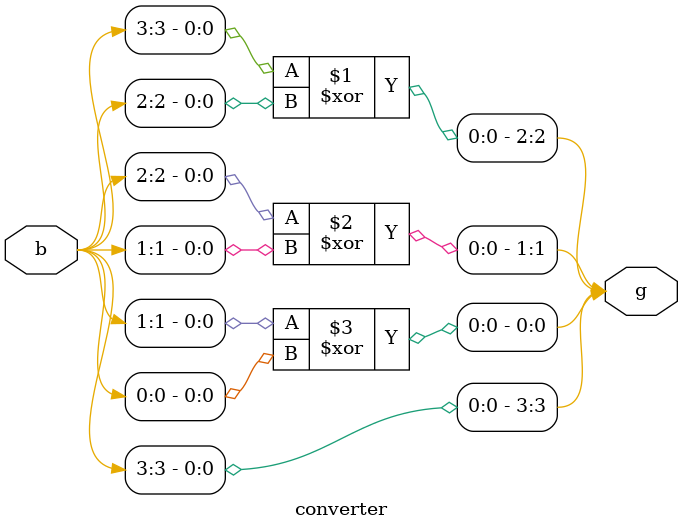
<source format=v>
`timescale 1ns / 1ps



module converter(
    input [3:0] b,
    output [3:0] g
    );
    assign g[3]= b[3];
    assign g[2]=b[3]^b[2];
    assign g[1]= b[2]^b[1];
    assign g[0]=b[1]^b[0];
endmodule


</source>
